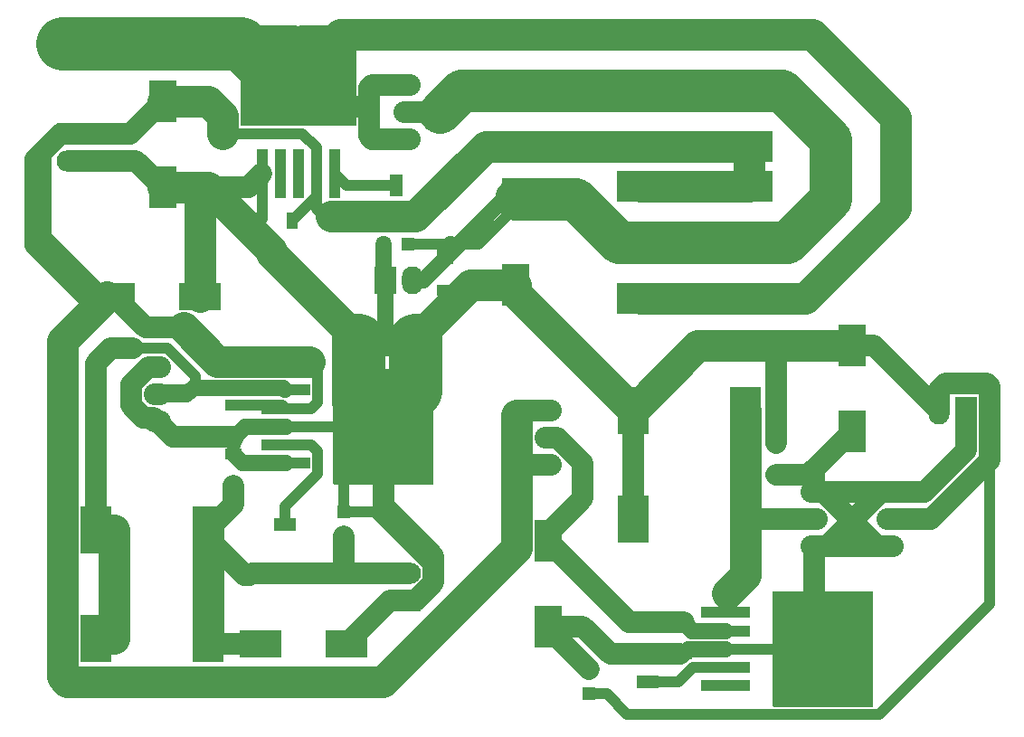
<source format=gbr>
G04 #@! TF.GenerationSoftware,KiCad,Pcbnew,5.0.2-bee76a0~70~ubuntu18.04.1*
G04 #@! TF.CreationDate,2020-06-06T21:27:09+02:00*
G04 #@! TF.ProjectId,smps2,736d7073-322e-46b6-9963-61645f706362,rev?*
G04 #@! TF.SameCoordinates,PX54c81a0PY87a6900*
G04 #@! TF.FileFunction,Copper,L1,Top*
G04 #@! TF.FilePolarity,Positive*
%FSLAX46Y46*%
G04 Gerber Fmt 4.6, Leading zero omitted, Abs format (unit mm)*
G04 Created by KiCad (PCBNEW 5.0.2-bee76a0~70~ubuntu18.04.1) date lör  6 jun 2020 21:27:09*
%MOMM*%
%LPD*%
G01*
G04 APERTURE LIST*
G04 #@! TA.AperFunction,SMDPad,CuDef*
%ADD10R,1.600000X1.000000*%
G04 #@! TD*
G04 #@! TA.AperFunction,SMDPad,CuDef*
%ADD11R,2.500000X4.000000*%
G04 #@! TD*
G04 #@! TA.AperFunction,SMDPad,CuDef*
%ADD12R,4.000000X2.500000*%
G04 #@! TD*
G04 #@! TA.AperFunction,SMDPad,CuDef*
%ADD13R,1.000000X1.600000*%
G04 #@! TD*
G04 #@! TA.AperFunction,ComponentPad*
%ADD14R,2.600000X2.000000*%
G04 #@! TD*
G04 #@! TA.AperFunction,ComponentPad*
%ADD15O,2.600000X2.000000*%
G04 #@! TD*
G04 #@! TA.AperFunction,ComponentPad*
%ADD16R,2.000000X2.600000*%
G04 #@! TD*
G04 #@! TA.AperFunction,ComponentPad*
%ADD17O,2.000000X2.600000*%
G04 #@! TD*
G04 #@! TA.AperFunction,SMDPad,CuDef*
%ADD18R,4.500880X2.900680*%
G04 #@! TD*
G04 #@! TA.AperFunction,SMDPad,CuDef*
%ADD19R,2.900680X4.500880*%
G04 #@! TD*
G04 #@! TA.AperFunction,SMDPad,CuDef*
%ADD20R,1.300000X1.300000*%
G04 #@! TD*
G04 #@! TA.AperFunction,SMDPad,CuDef*
%ADD21R,1.300000X2.000000*%
G04 #@! TD*
G04 #@! TA.AperFunction,SMDPad,CuDef*
%ADD22R,2.000000X1.300000*%
G04 #@! TD*
G04 #@! TA.AperFunction,SMDPad,CuDef*
%ADD23R,4.600000X1.100000*%
G04 #@! TD*
G04 #@! TA.AperFunction,SMDPad,CuDef*
%ADD24R,9.400000X10.800000*%
G04 #@! TD*
G04 #@! TA.AperFunction,SMDPad,CuDef*
%ADD25R,4.550000X5.250000*%
G04 #@! TD*
G04 #@! TA.AperFunction,SMDPad,CuDef*
%ADD26R,5.250000X4.550000*%
G04 #@! TD*
G04 #@! TA.AperFunction,SMDPad,CuDef*
%ADD27R,10.800000X9.400000*%
G04 #@! TD*
G04 #@! TA.AperFunction,SMDPad,CuDef*
%ADD28R,1.100000X4.600000*%
G04 #@! TD*
G04 #@! TA.AperFunction,ComponentPad*
%ADD29O,2.540000X2.032000*%
G04 #@! TD*
G04 #@! TA.AperFunction,Conductor*
%ADD30C,3.000000*%
G04 #@! TD*
G04 #@! TA.AperFunction,Conductor*
%ADD31C,1.000000*%
G04 #@! TD*
G04 #@! TA.AperFunction,Conductor*
%ADD32C,2.000000*%
G04 #@! TD*
G04 #@! TA.AperFunction,Conductor*
%ADD33C,1.500000*%
G04 #@! TD*
G04 #@! TA.AperFunction,Conductor*
%ADD34C,5.000000*%
G04 #@! TD*
G04 #@! TA.AperFunction,Conductor*
%ADD35C,4.000000*%
G04 #@! TD*
G04 APERTURE END LIST*
D10*
G04 #@! TO.P,C1,2*
G04 #@! TO.N,/vin*
X19812000Y29440000D03*
G04 #@! TO.P,C1,1*
G04 #@! TO.N,GND*
X19812000Y26440000D03*
G04 #@! TD*
G04 #@! TO.P,C2,1*
G04 #@! TO.N,/-20V*
X61976000Y6120000D03*
G04 #@! TO.P,C2,2*
G04 #@! TO.N,/vin_d*
X61976000Y9120000D03*
G04 #@! TD*
D11*
G04 #@! TO.P,C3,1*
G04 #@! TO.N,/vin_d*
X49276000Y16700000D03*
G04 #@! TO.P,C3,2*
G04 #@! TO.N,/-20V*
X49276000Y8700000D03*
G04 #@! TD*
D12*
G04 #@! TO.P,C4,1*
G04 #@! TO.N,/vin*
X8700000Y39624000D03*
G04 #@! TO.P,C4,2*
G04 #@! TO.N,GND*
X16700000Y39624000D03*
G04 #@! TD*
D13*
G04 #@! TO.P,C5,2*
G04 #@! TO.N,/vin*
X25376000Y46736000D03*
G04 #@! TO.P,C5,1*
G04 #@! TO.N,GND*
X22376000Y46736000D03*
G04 #@! TD*
D11*
G04 #@! TO.P,C6,1*
G04 #@! TO.N,/vin*
X13208000Y57848000D03*
G04 #@! TO.P,C6,2*
G04 #@! TO.N,GND*
X13208000Y49848000D03*
G04 #@! TD*
D10*
G04 #@! TO.P,C8,1*
G04 #@! TO.N,GND*
X39624000Y40156000D03*
G04 #@! TO.P,C8,2*
G04 #@! TO.N,/20V*
X39624000Y43156000D03*
G04 #@! TD*
D11*
G04 #@! TO.P,C9,2*
G04 #@! TO.N,GND*
X46228000Y40704000D03*
G04 #@! TO.P,C9,1*
G04 #@! TO.N,/20V*
X46228000Y48704000D03*
G04 #@! TD*
D10*
G04 #@! TO.P,C10,1*
G04 #@! TO.N,GND*
X19812000Y24868000D03*
G04 #@! TO.P,C10,2*
G04 #@! TO.N,Net-(C10-Pad2)*
X19812000Y21868000D03*
G04 #@! TD*
D12*
G04 #@! TO.P,C11,2*
G04 #@! TO.N,GND*
X30416000Y7112000D03*
G04 #@! TO.P,C11,1*
G04 #@! TO.N,Net-(C10-Pad2)*
X22416000Y7112000D03*
G04 #@! TD*
D11*
G04 #@! TO.P,C12,2*
G04 #@! TO.N,/-20V*
X77724000Y26988000D03*
G04 #@! TO.P,C12,1*
G04 #@! TO.N,GND*
X77724000Y34988000D03*
G04 #@! TD*
D10*
G04 #@! TO.P,C13,2*
G04 #@! TO.N,GND*
X70612000Y25884000D03*
G04 #@! TO.P,C13,1*
G04 #@! TO.N,/-20V*
X70612000Y22884000D03*
G04 #@! TD*
D14*
G04 #@! TO.P,J1,1*
G04 #@! TO.N,/vin*
X4572000Y54864000D03*
D15*
G04 #@! TO.P,J1,2*
G04 #@! TO.N,GND*
X4572000Y52324000D03*
G04 #@! TD*
D16*
G04 #@! TO.P,J2,1*
G04 #@! TO.N,GND*
X34036000Y41148000D03*
D17*
G04 #@! TO.P,J2,2*
G04 #@! TO.N,/20V*
X36576000Y41148000D03*
G04 #@! TD*
D15*
G04 #@! TO.P,J3,2*
G04 #@! TO.N,Net-(C10-Pad2)*
X36068000Y13716000D03*
D14*
G04 #@! TO.P,J3,1*
G04 #@! TO.N,GND*
X36068000Y11176000D03*
G04 #@! TD*
D17*
G04 #@! TO.P,J4,2*
G04 #@! TO.N,GND*
X85852000Y28956000D03*
D16*
G04 #@! TO.P,J4,1*
G04 #@! TO.N,/-20V*
X88392000Y28956000D03*
G04 #@! TD*
D18*
G04 #@! TO.P,L1,1*
G04 #@! TO.N,/vin*
X57912000Y49954180D03*
G04 #@! TO.P,L1,2*
G04 #@! TO.N,Net-(D3-Pad1)*
X57912000Y39453820D03*
G04 #@! TD*
G04 #@! TO.P,L2,1*
G04 #@! TO.N,/vin*
X68072000Y49954180D03*
G04 #@! TO.P,L2,2*
G04 #@! TO.N,Net-(D3-Pad1)*
X68072000Y39453820D03*
G04 #@! TD*
G04 #@! TO.P,L3,2*
G04 #@! TO.N,Net-(D3-Pad1)*
X68072000Y64178180D03*
G04 #@! TO.P,L3,1*
G04 #@! TO.N,/vin*
X68072000Y53677820D03*
G04 #@! TD*
G04 #@! TO.P,L4,2*
G04 #@! TO.N,Net-(D3-Pad1)*
X48006000Y64178180D03*
G04 #@! TO.P,L4,1*
G04 #@! TO.N,/vin*
X48006000Y53677820D03*
G04 #@! TD*
G04 #@! TO.P,L5,2*
G04 #@! TO.N,Net-(D3-Pad1)*
X58166000Y64178180D03*
G04 #@! TO.P,L5,1*
G04 #@! TO.N,/vin*
X58166000Y53677820D03*
G04 #@! TD*
D19*
G04 #@! TO.P,L6,2*
G04 #@! TO.N,Net-(C10-Pad2)*
X17442180Y7620000D03*
G04 #@! TO.P,L6,1*
G04 #@! TO.N,Net-(D2-Pad2)*
X6941820Y7620000D03*
G04 #@! TD*
G04 #@! TO.P,L7,1*
G04 #@! TO.N,Net-(D2-Pad2)*
X6941820Y17780000D03*
G04 #@! TO.P,L7,2*
G04 #@! TO.N,Net-(C10-Pad2)*
X17442180Y17780000D03*
G04 #@! TD*
G04 #@! TO.P,L8,1*
G04 #@! TO.N,/sw*
X67734180Y18796000D03*
G04 #@! TO.P,L8,2*
G04 #@! TO.N,GND*
X57233820Y18796000D03*
G04 #@! TD*
G04 #@! TO.P,L9,2*
G04 #@! TO.N,GND*
X57233820Y28956000D03*
G04 #@! TO.P,L9,1*
G04 #@! TO.N,/sw*
X67734180Y28956000D03*
G04 #@! TD*
D20*
G04 #@! TO.P,RV1,3*
G04 #@! TO.N,GND*
X33902000Y44494000D03*
D21*
G04 #@! TO.P,RV1,2*
G04 #@! TO.N,Net-(RV1-Pad2)*
X35052000Y49994000D03*
D20*
G04 #@! TO.P,RV1,1*
G04 #@! TO.N,/20V*
X36202000Y44494000D03*
G04 #@! TD*
G04 #@! TO.P,RV2,1*
G04 #@! TO.N,GND*
X30182000Y19438000D03*
D22*
G04 #@! TO.P,RV2,2*
G04 #@! TO.N,Net-(RV2-Pad2)*
X24682000Y18288000D03*
D20*
G04 #@! TO.P,RV2,3*
G04 #@! TO.N,Net-(C10-Pad2)*
X30182000Y17138000D03*
G04 #@! TD*
G04 #@! TO.P,RV3,3*
G04 #@! TO.N,/-20V*
X53130000Y4706000D03*
D22*
G04 #@! TO.P,RV3,2*
G04 #@! TO.N,Net-(RV3-Pad2)*
X58630000Y3556000D03*
D20*
G04 #@! TO.P,RV3,1*
G04 #@! TO.N,GND*
X53130000Y2406000D03*
G04 #@! TD*
D23*
G04 #@! TO.P,U1,1*
G04 #@! TO.N,Net-(D2-Pad2)*
X24705000Y30832000D03*
G04 #@! TO.P,U1,2*
G04 #@! TO.N,/vin*
X24705000Y29132000D03*
G04 #@! TO.P,U1,3*
G04 #@! TO.N,GND*
X24705000Y27432000D03*
G04 #@! TO.P,U1,4*
G04 #@! TO.N,Net-(RV2-Pad2)*
X24705000Y25732000D03*
G04 #@! TO.P,U1,5*
G04 #@! TO.N,GND*
X24705000Y24032000D03*
D24*
G04 #@! TO.P,U1,3*
X33855000Y27432000D03*
D25*
X36280000Y24657000D03*
X31430000Y30207000D03*
X36280000Y30207000D03*
X31430000Y24657000D03*
G04 #@! TD*
D26*
G04 #@! TO.P,U2,3*
G04 #@! TO.N,Net-(D3-Pad1)*
X28683000Y57846000D03*
X23133000Y62696000D03*
X23133000Y57846000D03*
X28683000Y62696000D03*
D27*
X25908000Y60271000D03*
D28*
G04 #@! TO.P,U2,5*
G04 #@! TO.N,Net-(RV1-Pad2)*
X29308000Y51121000D03*
G04 #@! TO.P,U2,4*
G04 #@! TO.N,/vin*
X27608000Y51121000D03*
G04 #@! TO.P,U2,3*
G04 #@! TO.N,Net-(D3-Pad1)*
X25908000Y51121000D03*
G04 #@! TO.P,U2,2*
G04 #@! TO.N,Net-(U2-Pad2)*
X24208000Y51121000D03*
G04 #@! TO.P,U2,1*
G04 #@! TO.N,GND*
X22508000Y51121000D03*
G04 #@! TD*
D25*
G04 #@! TO.P,U3,3*
G04 #@! TO.N,/-20V*
X72578000Y3829000D03*
X77428000Y9379000D03*
X72578000Y9379000D03*
X77428000Y3829000D03*
D24*
X75003000Y6604000D03*
D23*
G04 #@! TO.P,U3,5*
G04 #@! TO.N,Net-(U3-Pad5)*
X65853000Y3204000D03*
G04 #@! TO.P,U3,4*
G04 #@! TO.N,Net-(RV3-Pad2)*
X65853000Y4904000D03*
G04 #@! TO.P,U3,3*
G04 #@! TO.N,/-20V*
X65853000Y6604000D03*
G04 #@! TO.P,U3,2*
G04 #@! TO.N,/vin_d*
X65853000Y8304000D03*
G04 #@! TO.P,U3,1*
G04 #@! TO.N,/sw*
X65853000Y10004000D03*
G04 #@! TD*
D29*
G04 #@! TO.P,D1,2*
G04 #@! TO.N,/vin_d*
X49276000Y26416000D03*
G04 #@! TO.P,D1,3*
G04 #@! TO.N,/vin*
X49276000Y23876000D03*
G04 #@! TO.P,D1,1*
X49276000Y28956000D03*
G04 #@! TD*
G04 #@! TO.P,D2,2*
G04 #@! TO.N,Net-(D2-Pad2)*
X12700000Y30480000D03*
G04 #@! TO.P,D2,3*
G04 #@! TO.N,GND*
X12700000Y27940000D03*
G04 #@! TO.P,D2,1*
X12700000Y33020000D03*
G04 #@! TD*
G04 #@! TO.P,D3,1*
G04 #@! TO.N,Net-(D3-Pad1)*
X36068000Y59436000D03*
G04 #@! TO.P,D3,3*
X36068000Y54356000D03*
G04 #@! TO.P,D3,2*
G04 #@! TO.N,/20V*
X36068000Y56896000D03*
G04 #@! TD*
G04 #@! TO.P,D4,1*
G04 #@! TO.N,/-20V*
X74168000Y21336000D03*
G04 #@! TO.P,D4,3*
X74168000Y16256000D03*
G04 #@! TO.P,D4,2*
G04 #@! TO.N,/sw*
X74168000Y18796000D03*
G04 #@! TD*
G04 #@! TO.P,D5,1*
G04 #@! TO.N,/-20V*
X81280000Y21336000D03*
G04 #@! TO.P,D5,3*
X81280000Y16256000D03*
G04 #@! TO.P,D5,2*
G04 #@! TO.N,GND*
X81280000Y18796000D03*
G04 #@! TD*
D30*
G04 #@! TO.N,/vin*
X48006000Y53677820D02*
X58166000Y53677820D01*
X58166000Y53677820D02*
X68072000Y53677820D01*
X68072000Y53677820D02*
X68072000Y49954180D01*
X68072000Y49954180D02*
X57912000Y49954180D01*
D31*
X27608000Y48968000D02*
X25376000Y46736000D01*
X27608000Y51121000D02*
X27608000Y48968000D01*
X27608000Y47821000D02*
X28185000Y47244000D01*
X27608000Y51121000D02*
X27608000Y47821000D01*
D30*
X36889001Y47120999D02*
X28956000Y47120999D01*
X48006000Y53677820D02*
X43445822Y53677820D01*
D31*
X28185000Y47244000D02*
X28956000Y47120999D01*
D30*
X43445822Y53677820D02*
X36889001Y47120999D01*
D31*
X28956000Y47120999D02*
X28956000Y47244000D01*
X27608000Y53531002D02*
X26275002Y54864000D01*
X27608000Y51121000D02*
X27608000Y53531002D01*
X26275002Y54864000D02*
X18796000Y54864000D01*
D30*
X18796000Y56510000D02*
X17458000Y57848000D01*
X17458000Y57848000D02*
X13208000Y57848000D01*
X18796000Y54864000D02*
X18796000Y56510000D01*
D32*
X10224000Y54864000D02*
X13208000Y57848000D01*
X4572000Y54864000D02*
X10224000Y54864000D01*
D31*
G04 #@! TO.N,GND*
X22508000Y46868000D02*
X22376000Y46736000D01*
X22508000Y51121000D02*
X22508000Y46868000D01*
D32*
X10732000Y52324000D02*
X13208000Y49848000D01*
X4572000Y52324000D02*
X10732000Y52324000D01*
X21235000Y49848000D02*
X22457999Y51070999D01*
X13208000Y49848000D02*
X21235000Y49848000D01*
D31*
X19812000Y26440000D02*
X19812000Y25908000D01*
X19812000Y25908000D02*
X19812000Y24868000D01*
X30182000Y23409000D02*
X31430000Y24657000D01*
X30182000Y19438000D02*
X30182000Y23409000D01*
X31832000Y19438000D02*
X30182000Y19438000D01*
X33050177Y19438000D02*
X31832000Y19438000D01*
X38068010Y14420167D02*
X33050177Y19438000D01*
X38068010Y12876010D02*
X38068010Y14420167D01*
X36368000Y11176000D02*
X38068010Y12876010D01*
X36068000Y11176000D02*
X36368000Y11176000D01*
X15458000Y49848000D02*
X13208000Y49848000D01*
X16700000Y48606000D02*
X15458000Y49848000D01*
D30*
X41978000Y40704000D02*
X46228000Y40704000D01*
X13208000Y49848000D02*
X17458000Y49848000D01*
X17458000Y49848000D02*
X23385011Y43920989D01*
X23385011Y43670989D02*
X31496000Y35560000D01*
X23385011Y43920989D02*
X23385011Y43670989D01*
X36834000Y35560000D02*
X41978000Y40704000D01*
D33*
X34036000Y41148000D02*
X34036000Y35560000D01*
D30*
X31496000Y35560000D02*
X34036000Y35560000D01*
X34036000Y35560000D02*
X36834000Y35560000D01*
D33*
X33902000Y41282000D02*
X34036000Y41148000D01*
X33902000Y44494000D02*
X33902000Y41282000D01*
D32*
X85852000Y30876002D02*
X85852000Y28956000D01*
X86431999Y31456001D02*
X85852000Y30876002D01*
X90352001Y31456001D02*
X86431999Y31456001D01*
X90592010Y31215992D02*
X90352001Y31456001D01*
X85121282Y18796000D02*
X90592010Y24266727D01*
X81280000Y18796000D02*
X85121282Y18796000D01*
X79820000Y34988000D02*
X85852000Y28956000D01*
X77724000Y34988000D02*
X79820000Y34988000D01*
X57233820Y28956000D02*
X57233820Y18796000D01*
D31*
X24705000Y27432000D02*
X33855000Y27432000D01*
D30*
X63265820Y34988000D02*
X57233820Y28956000D01*
D32*
X70612000Y25884000D02*
X70612000Y34988000D01*
D30*
X77724000Y34988000D02*
X70612000Y34988000D01*
X70612000Y34988000D02*
X63265820Y34988000D01*
D31*
X90592010Y10833008D02*
X90592010Y25908000D01*
X56682001Y503999D02*
X80263001Y503999D01*
X54780000Y2406000D02*
X56682001Y503999D01*
X80263001Y503999D02*
X90592010Y10833008D01*
X53130000Y2406000D02*
X54780000Y2406000D01*
D32*
X90592010Y24266727D02*
X90592010Y25908000D01*
X90592010Y25908000D02*
X90592010Y31215992D01*
D34*
X31496000Y29791000D02*
X33855000Y27432000D01*
X31496000Y35560000D02*
X31496000Y29791000D01*
X36834000Y30761000D02*
X36280000Y30207000D01*
X36834000Y35560000D02*
X36834000Y30761000D01*
D32*
X34480000Y11176000D02*
X30416000Y7112000D01*
X36068000Y11176000D02*
X34480000Y11176000D01*
X33855000Y20032000D02*
X33855000Y27432000D01*
X38568010Y15318990D02*
X33855000Y20032000D01*
X38568010Y12804727D02*
X38568010Y15318990D01*
X36939283Y11176000D02*
X38568010Y12804727D01*
X36068000Y11176000D02*
X36939283Y11176000D01*
D33*
X20648000Y24032000D02*
X19812000Y24868000D01*
X24705000Y24032000D02*
X20648000Y24032000D01*
X19812000Y26339000D02*
X19812000Y25908000D01*
X20905000Y27432000D02*
X19812000Y26339000D01*
X24705000Y27432000D02*
X20905000Y27432000D01*
D32*
X14200000Y26440000D02*
X12700000Y27940000D01*
X19812000Y26440000D02*
X14200000Y26440000D01*
X10229990Y31397901D02*
X10229990Y29394010D01*
X12700000Y33020000D02*
X11852089Y33020000D01*
X11852089Y33020000D02*
X10229990Y31397901D01*
X11360010Y28263990D02*
X12376010Y28263990D01*
X12376010Y28263990D02*
X12700000Y27940000D01*
X10229990Y29394010D02*
X11360010Y28263990D01*
D30*
X46228000Y39961820D02*
X57233820Y28956000D01*
X46228000Y40704000D02*
X46228000Y39961820D01*
X16700000Y49090000D02*
X17458000Y49848000D01*
X16700000Y39624000D02*
X16700000Y49090000D01*
D31*
G04 #@! TO.N,/-20V*
X65853000Y6604000D02*
X75003000Y6604000D01*
D32*
X80095911Y16256000D02*
X81280000Y16256000D01*
X75015911Y21336000D02*
X80095911Y16256000D01*
X74168000Y21336000D02*
X75015911Y21336000D01*
X80432089Y21336000D02*
X81280000Y21336000D01*
X75352089Y16256000D02*
X80432089Y21336000D01*
X74168000Y16256000D02*
X75352089Y16256000D01*
X74168000Y7439000D02*
X75003000Y6604000D01*
X74168000Y16256000D02*
X74168000Y7439000D01*
X74168000Y23432000D02*
X77724000Y26988000D01*
X74168000Y21336000D02*
X74168000Y23432000D01*
X81280000Y16256000D02*
X74168000Y16256000D01*
X81280000Y21336000D02*
X74168000Y21336000D01*
X84550000Y21336000D02*
X88392000Y25178000D01*
X88392000Y25656000D02*
X88392000Y28956000D01*
X88392000Y25178000D02*
X88392000Y25656000D01*
X81280000Y21336000D02*
X84550000Y21336000D01*
D33*
X62460000Y6604000D02*
X61976000Y6120000D01*
X65853000Y6604000D02*
X62460000Y6604000D01*
D32*
X73620000Y22884000D02*
X74168000Y23432000D01*
X70612000Y22884000D02*
X73620000Y22884000D01*
X49276000Y8560000D02*
X53130000Y4706000D01*
X49276000Y8700000D02*
X49276000Y8560000D01*
X55106000Y6120000D02*
X61627823Y6120000D01*
X52526000Y8700000D02*
X55106000Y6120000D01*
X49276000Y8700000D02*
X52526000Y8700000D01*
G04 #@! TO.N,/20V*
X36068000Y56896000D02*
X39116000Y56896000D01*
D35*
X39116000Y56896000D02*
X41148000Y58928000D01*
X41148000Y58928000D02*
X71120000Y58928000D01*
X71120000Y58928000D02*
X75692000Y54356000D01*
X75692000Y54356000D02*
X75692000Y48768000D01*
X75692000Y48768000D02*
X71628000Y44704000D01*
X71628000Y44704000D02*
X55880000Y44704000D01*
X51880000Y48704000D02*
X46228000Y48704000D01*
X55880000Y44704000D02*
X51880000Y48704000D01*
D31*
X46228000Y47954000D02*
X46228000Y48704000D01*
X42768000Y44494000D02*
X46228000Y47954000D01*
D33*
X39624000Y43986000D02*
X40132000Y44494000D01*
X39624000Y43156000D02*
X39624000Y43986000D01*
D31*
X36202000Y44494000D02*
X40132000Y44494000D01*
X40132000Y44494000D02*
X42768000Y44494000D01*
D33*
X37616000Y41148000D02*
X39624000Y43156000D01*
X36576000Y41148000D02*
X37616000Y41148000D01*
X45172000Y48704000D02*
X39624000Y43156000D01*
X46228000Y48704000D02*
X45172000Y48704000D01*
D30*
G04 #@! TO.N,Net-(C10-Pad2)*
X17442180Y17780000D02*
X17442180Y7620000D01*
D32*
X17442180Y16979900D02*
X17442180Y17780000D01*
X20892520Y13529560D02*
X17442180Y16979900D01*
X21506180Y13716000D02*
X21319740Y13529560D01*
X21319740Y13529560D02*
X20892520Y13529560D01*
X19812000Y20149820D02*
X17442180Y17780000D01*
X19812000Y21868000D02*
X19812000Y20149820D01*
X30182000Y13926000D02*
X29972000Y13716000D01*
X30182000Y17138000D02*
X30182000Y13926000D01*
X36068000Y13716000D02*
X29972000Y13716000D01*
X29972000Y13716000D02*
X21506180Y13716000D01*
X17950180Y7112000D02*
X17442180Y7620000D01*
X22416000Y7112000D02*
X17950180Y7112000D01*
D31*
G04 #@! TO.N,Net-(D2-Pad2)*
X13052000Y30832000D02*
X12700000Y30480000D01*
X15748000Y30832000D02*
X13052000Y30832000D01*
X16256000Y32144804D02*
X13664794Y34736010D01*
X16256000Y30832000D02*
X16256000Y32144804D01*
X24705000Y30832000D02*
X16256000Y30832000D01*
X16256000Y30832000D02*
X15748000Y30832000D01*
D32*
X6941820Y17780000D02*
X8636000Y17780000D01*
X6941820Y7620000D02*
X8636000Y7620000D01*
D30*
X8636000Y9314180D02*
X8636000Y7620000D01*
X8636000Y17780000D02*
X8636000Y9314180D01*
D32*
X6941820Y17780000D02*
X6941820Y33357820D01*
X7620000Y34036000D02*
X8320010Y34736010D01*
D31*
X7620000Y34036000D02*
X6941820Y33357820D01*
D32*
X8320010Y34736010D02*
X10456816Y34736010D01*
D31*
X13664794Y34736010D02*
X10456816Y34736010D01*
D32*
X8320010Y34736010D02*
X6941820Y33357820D01*
D33*
X24459010Y31077990D02*
X24646990Y30890010D01*
X16067990Y31077990D02*
X24459010Y31077990D01*
X15470000Y30480000D02*
X16067990Y31077990D01*
X12700000Y30480000D02*
X15470000Y30480000D01*
D30*
G04 #@! TO.N,Net-(D3-Pad1)*
X48006000Y64178180D02*
X68072000Y64178180D01*
X57912000Y39453820D02*
X68072000Y39453820D01*
X73322440Y39453820D02*
X81788000Y47919380D01*
X68072000Y39453820D02*
X73322440Y39453820D01*
X81788000Y47919380D02*
X81788000Y56388000D01*
X73997820Y64178180D02*
X68072000Y64178180D01*
X81788000Y56388000D02*
X73997820Y64178180D01*
X29815180Y64178180D02*
X25908000Y60271000D01*
X48006000Y64178180D02*
X29815180Y64178180D01*
D32*
X32798000Y59436000D02*
X36068000Y59436000D01*
X32512000Y59150000D02*
X32798000Y59436000D01*
X32798000Y54356000D02*
X32512000Y54642000D01*
X36068000Y54356000D02*
X32798000Y54356000D01*
X29125000Y57404000D02*
X28683000Y57846000D01*
X32512000Y57404000D02*
X29125000Y57404000D01*
X32512000Y57404000D02*
X32512000Y59150000D01*
X32512000Y54642000D02*
X32512000Y57404000D01*
D34*
X23549000Y60271000D02*
X20555010Y63264990D01*
X25908000Y60271000D02*
X23549000Y60271000D01*
X20555010Y63264990D02*
X3828990Y63264990D01*
D31*
G04 #@! TO.N,Net-(RV1-Pad2)*
X30435000Y49994000D02*
X29308000Y51121000D01*
X35052000Y49994000D02*
X30435000Y49994000D01*
G04 #@! TO.N,Net-(RV2-Pad2)*
X27705001Y22961001D02*
X24682000Y19938000D01*
X24682000Y19938000D02*
X24682000Y18288000D01*
X27705001Y25142001D02*
X27705001Y22961001D01*
X27115002Y25732000D02*
X27705001Y25142001D01*
X24705000Y25732000D02*
X27115002Y25732000D01*
G04 #@! TO.N,Net-(RV3-Pad2)*
X62816000Y4904000D02*
X65853000Y4904000D01*
X61468000Y3556000D02*
X62816000Y4904000D01*
X58630000Y3556000D02*
X61468000Y3556000D01*
G04 #@! TO.N,/vin*
X24397000Y29440000D02*
X24705000Y29132000D01*
X19812000Y29440000D02*
X24397000Y29440000D01*
X4272000Y54864000D02*
X4572000Y54864000D01*
X2272000Y52864000D02*
X4272000Y54864000D01*
X2272000Y45302000D02*
X2272000Y52864000D01*
X7950000Y39624000D02*
X2272000Y45302000D01*
X8700000Y39624000D02*
X7950000Y39624000D01*
D30*
X3791479Y4009559D02*
X4245038Y3556000D01*
X7950000Y39624000D02*
X3791479Y35465479D01*
X3791479Y35465479D02*
X3791479Y4009559D01*
X4245038Y3556000D02*
X33808002Y3556000D01*
X33808002Y3556000D02*
X46305990Y16053988D01*
D32*
X46736000Y28956000D02*
X46305990Y28525990D01*
X49276000Y28956000D02*
X46736000Y28956000D01*
X46813990Y23876000D02*
X46305990Y23368000D01*
X49276000Y23876000D02*
X46813990Y23876000D01*
D30*
X46305990Y16053988D02*
X46305990Y23368000D01*
X46305990Y23368000D02*
X46305990Y28525990D01*
D31*
X27705001Y29721999D02*
X27705001Y32746999D01*
X24705000Y29132000D02*
X27115002Y29132000D01*
X27115002Y29132000D02*
X27705001Y29721999D01*
X27705001Y32746999D02*
X26924000Y33528000D01*
D30*
X18288000Y33528000D02*
X15142001Y36673999D01*
X26924000Y33528000D02*
X18288000Y33528000D01*
D32*
X11650001Y36673999D02*
X8700000Y39624000D01*
X15142001Y36673999D02*
X11650001Y36673999D01*
X6096000Y39624000D02*
X8700000Y39624000D01*
X4572000Y54864000D02*
X3700717Y54864000D01*
X1275010Y44444990D02*
X6096000Y39624000D01*
X1275010Y52438293D02*
X1275010Y44444990D01*
X3700717Y54864000D02*
X1275010Y52438293D01*
D33*
G04 #@! TO.N,/vin_d*
X62792000Y8304000D02*
X61976000Y9120000D01*
X65853000Y8304000D02*
X62792000Y8304000D01*
D32*
X49276000Y17450000D02*
X49276000Y16700000D01*
X52526000Y20700000D02*
X49276000Y17450000D01*
X52526000Y24013911D02*
X52526000Y20700000D01*
X50123911Y26416000D02*
X52526000Y24013911D01*
X49276000Y26416000D02*
X50123911Y26416000D01*
X56856000Y9120000D02*
X49276000Y16700000D01*
X61976000Y9120000D02*
X56856000Y9120000D01*
G04 #@! TO.N,/sw*
X74168000Y18796000D02*
X67734180Y18796000D01*
D30*
X67734180Y28956000D02*
X67734180Y18796000D01*
X67734180Y13545560D02*
X66040000Y11851380D01*
X67734180Y18796000D02*
X67734180Y13545560D01*
D31*
X65853000Y11664380D02*
X65853000Y10004000D01*
X66040000Y11851380D02*
X65853000Y11664380D01*
G04 #@! TD*
M02*

</source>
